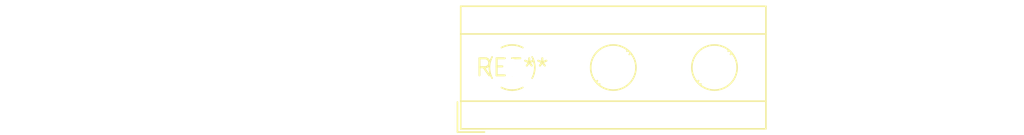
<source format=kicad_pcb>
(kicad_pcb (version 20240108) (generator pcbnew)
  (layers (0 "F.Cu" signal) (31 "B.Cu" signal) (34 "B.Paste" user) (35 "F.Paste" user) (36 "B.SilkS" user "B.Silkscreen") (37 "F.SilkS" user "F.Silkscreen") (38 "B.Mask" user) (39 "F.Mask" user) (44 "Edge.Cuts" user))
  (net 0 "")
  (footprint "TerminalBlock_MetzConnect_Type171_RT13703HBWC_1x03_P7.50mm_Horizontal" (layer "F.Cu") (at 0 0)
    (property "Reference" "REF**")
    (property "Value" "TerminalBlock_MetzConnect_Type171_RT13703HBWC_1x03_P7.50mm_Horizontal")
    (fp_line (start -4.05 2.56) (end -4.05 4.8) (layer "F.SilkS") (stroke (width 0.12)))
    (fp_line (start -4.05 4.8) (end -2.05 4.8) (layer "F.SilkS") (stroke (width 0.12)))
    (fp_line (start -3.81 -4.56) (end -3.81 4.56) (layer "F.SilkS") (stroke (width 0.12)))
    (fp_line (start -3.81 -4.56) (end 18.811 -4.56) (layer "F.SilkS") (stroke (width 0.12)))
    (fp_line (start -3.81 -2.5) (end 18.811 -2.5) (layer "F.SilkS") (stroke (width 0.12)))
    (fp_line (start -3.81 2.5) (end 18.811 2.5) (layer "F.SilkS") (stroke (width 0.12)))
    (fp_line (start -3.81 4.56) (end 18.811 4.56) (layer "F.SilkS") (stroke (width 0.12)))
    (fp_line (start 6.32 0.976) (end 6.226 1.069) (layer "F.SilkS") (stroke (width 0.12)))
    (fp_line (start 6.49 1.216) (end 6.431 1.274) (layer "F.SilkS") (stroke (width 0.12)))
    (fp_line (start 8.57 -1.275) (end 8.511 -1.216) (layer "F.SilkS") (stroke (width 0.12)))
    (fp_line (start 8.775 -1.069) (end 8.681 -0.976) (layer "F.SilkS") (stroke (width 0.12)))
    (fp_line (start 13.82 0.976) (end 13.726 1.069) (layer "F.SilkS") (stroke (width 0.12)))
    (fp_line (start 13.99 1.216) (end 13.931 1.274) (layer "F.SilkS") (stroke (width 0.12)))
    (fp_line (start 16.07 -1.275) (end 16.011 -1.216) (layer "F.SilkS") (stroke (width 0.12)))
    (fp_line (start 16.275 -1.069) (end 16.181 -0.976) (layer "F.SilkS") (stroke (width 0.12)))
    (fp_line (start 18.811 -4.56) (end 18.811 4.56) (layer "F.SilkS") (stroke (width 0.12)))
    (fp_arc (start -1.483953 0.789089) (mid -1.680708 5e-05) (end -1.484 -0.789) (layer "F.SilkS") (stroke (width 0.12)))
    (fp_arc (start -0.789089 -1.483953) (mid -5e-05 -1.680708) (end 0.789 -1.484) (layer "F.SilkS") (stroke (width 0.12)))
    (fp_arc (start 0.029383 1.68045) (mid -0.392304 1.634281) (end -0.789 1.484) (layer "F.SilkS") (stroke (width 0.12)))
    (fp_arc (start 0.788712 1.483352) (mid 0.406429 1.630097) (end 0 1.68) (layer "F.SilkS") (stroke (width 0.12)))
    (fp_arc (start 1.483953 -0.789089) (mid 1.680708 -5e-05) (end 1.484 0.789) (layer "F.SilkS") (stroke (width 0.12)))
    (fp_circle (center 7.5 0) (end 9.18 0) (layer "F.SilkS") (stroke (width 0.12)) (fill none))
    (fp_circle (center 15 0) (end 16.68 0) (layer "F.SilkS") (stroke (width 0.12)) (fill none))
    (pad "1" thru_hole rect (at 0 0) (size 2.5 2.5) (drill 1.3) (layers *.Cu *.Mask) (remove_unused_layers))
    (pad "2" thru_hole circle (at 7.5 0) (size 2.5 2.5) (drill 1.3) (layers *.Cu *.Mask) (remove_unused_layers))
    (pad "3" thru_hole circle (at 15 0) (size 2.5 2.5) (drill 1.3) (layers *.Cu *.Mask) (remove_unused_layers))
  )
)
</source>
